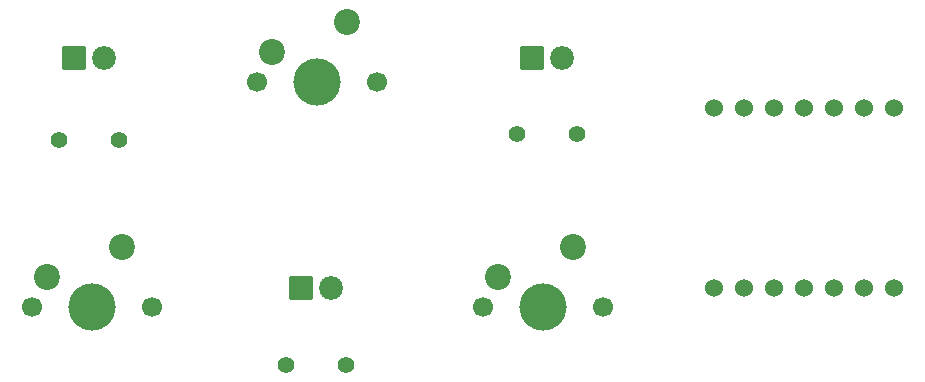
<source format=gbs>
%TF.GenerationSoftware,KiCad,Pcbnew,9.0.2*%
%TF.CreationDate,2025-07-02T22:19:12+01:00*%
%TF.ProjectId,sharfinder,73686172-6669-46e6-9465-722e6b696361,rev?*%
%TF.SameCoordinates,Original*%
%TF.FileFunction,Soldermask,Bot*%
%TF.FilePolarity,Negative*%
%FSLAX46Y46*%
G04 Gerber Fmt 4.6, Leading zero omitted, Abs format (unit mm)*
G04 Created by KiCad (PCBNEW 9.0.2) date 2025-07-02 22:19:12*
%MOMM*%
%LPD*%
G01*
G04 APERTURE LIST*
G04 Aperture macros list*
%AMRoundRect*
0 Rectangle with rounded corners*
0 $1 Rounding radius*
0 $2 $3 $4 $5 $6 $7 $8 $9 X,Y pos of 4 corners*
0 Add a 4 corners polygon primitive as box body*
4,1,4,$2,$3,$4,$5,$6,$7,$8,$9,$2,$3,0*
0 Add four circle primitives for the rounded corners*
1,1,$1+$1,$2,$3*
1,1,$1+$1,$4,$5*
1,1,$1+$1,$6,$7*
1,1,$1+$1,$8,$9*
0 Add four rect primitives between the rounded corners*
20,1,$1+$1,$2,$3,$4,$5,0*
20,1,$1+$1,$4,$5,$6,$7,0*
20,1,$1+$1,$6,$7,$8,$9,0*
20,1,$1+$1,$8,$9,$2,$3,0*%
G04 Aperture macros list end*
%ADD10C,2.019000*%
%ADD11RoundRect,0.102000X-0.907500X-0.907500X0.907500X-0.907500X0.907500X0.907500X-0.907500X0.907500X0*%
%ADD12C,1.400000*%
%ADD13C,1.700000*%
%ADD14C,4.000000*%
%ADD15C,2.200000*%
%ADD16C,1.524000*%
G04 APERTURE END LIST*
D10*
%TO.C,D3*%
X163080000Y-86500000D03*
D11*
X160540000Y-86500000D03*
%TD*%
D12*
%TO.C,R3*%
X159270000Y-93000000D03*
X164350000Y-93000000D03*
%TD*%
D13*
%TO.C,SW2*%
X137270000Y-88540000D03*
D14*
X142350000Y-88540000D03*
D13*
X147430000Y-88540000D03*
D15*
X144890000Y-83460000D03*
X138540000Y-86000000D03*
%TD*%
D12*
%TO.C,R1*%
X125540000Y-93500000D03*
X120460000Y-93500000D03*
%TD*%
D13*
%TO.C,SW3*%
X156370000Y-107640000D03*
D14*
X161450000Y-107640000D03*
D13*
X166530000Y-107640000D03*
D15*
X163990000Y-102560000D03*
X157640000Y-105100000D03*
%TD*%
D10*
%TO.C,D1*%
X124310000Y-86500000D03*
D11*
X121770000Y-86500000D03*
%TD*%
D12*
%TO.C,R2*%
X144810000Y-112500000D03*
X139730000Y-112500000D03*
%TD*%
D16*
%TO.C,U1*%
X191191500Y-90780000D03*
X188651500Y-90780000D03*
X186111500Y-90780000D03*
X183571500Y-90780000D03*
X181031500Y-90780000D03*
X178491500Y-90780000D03*
X175951500Y-90780000D03*
X175951500Y-106020000D03*
X178491500Y-106020000D03*
X181031500Y-106020000D03*
X183571500Y-106020000D03*
X186111500Y-106020000D03*
X188651500Y-106020000D03*
X191191500Y-106020000D03*
%TD*%
D10*
%TO.C,D2*%
X143540000Y-106000000D03*
D11*
X141000000Y-106000000D03*
%TD*%
D13*
%TO.C,SW1*%
X118220000Y-107580000D03*
D14*
X123300000Y-107580000D03*
D13*
X128380000Y-107580000D03*
D15*
X125840000Y-102500000D03*
X119490000Y-105040000D03*
%TD*%
M02*

</source>
